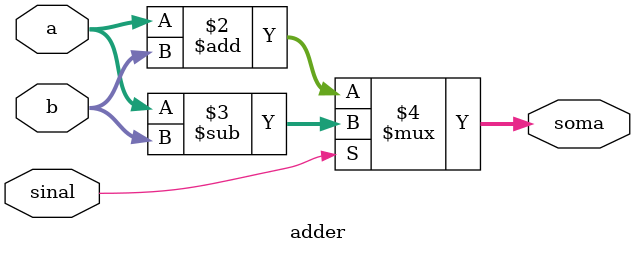
<source format=v>
module adder (a,b,sinal, soma);

input signed [63:0] a, b;
output signed [63:0] soma;
input sinal;


assign soma = (sinal == 1'b0) ? (a + b):(a-b);
            
endmodule
</source>
